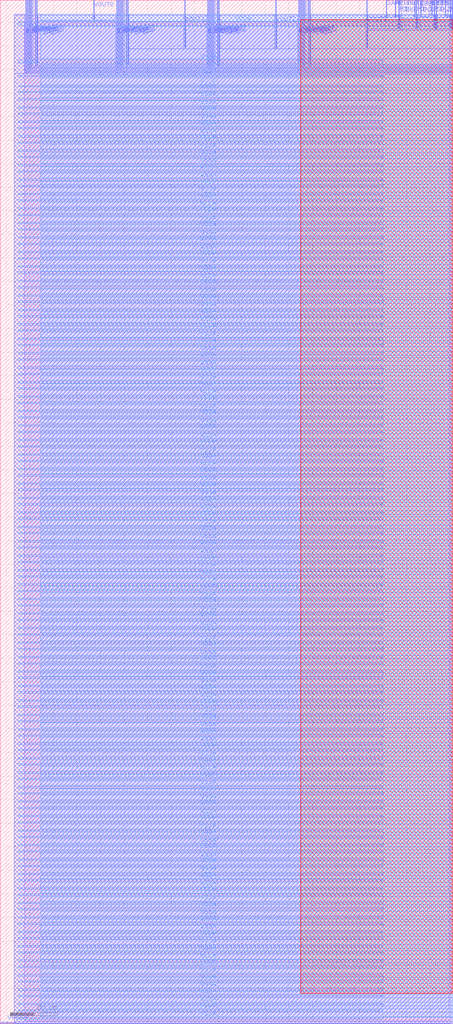
<source format=lef>
VERSION 5.7 ;
  NOWIREEXTENSIONATPIN ON ;
  DIVIDERCHAR "/" ;
  BUSBITCHARS "[]" ;
MACRO top
  CLASS BLOCK ;
  FOREIGN top ;
  ORIGIN 2.600 -4.970 ;
  SIZE 192.290 BY 434.330 ;
  PIN VDDA
    DIRECTION INOUT ;
    USE POWER ;
    PORT
      LAYER met3 ;
        RECT 5.000 10.155 159.520 10.855 ;
    END
    PORT
      LAYER met3 ;
        RECT 5.000 16.295 159.520 16.995 ;
    END
    PORT
      LAYER met3 ;
        RECT 5.000 22.435 159.520 23.135 ;
    END
    PORT
      LAYER met3 ;
        RECT 5.000 28.575 159.520 29.275 ;
    END
    PORT
      LAYER met3 ;
        RECT 5.000 34.715 159.520 35.415 ;
    END
    PORT
      LAYER met3 ;
        RECT 5.000 40.855 159.520 41.555 ;
    END
    PORT
      LAYER met3 ;
        RECT 5.000 46.995 159.520 47.695 ;
    END
    PORT
      LAYER met3 ;
        RECT 5.000 53.135 159.520 53.835 ;
    END
    PORT
      LAYER met3 ;
        RECT 5.000 59.275 159.520 59.975 ;
    END
    PORT
      LAYER met3 ;
        RECT 5.000 65.415 159.520 66.115 ;
    END
    PORT
      LAYER met3 ;
        RECT 5.000 71.555 159.520 72.255 ;
    END
    PORT
      LAYER met3 ;
        RECT 5.000 77.695 159.520 78.395 ;
    END
    PORT
      LAYER met3 ;
        RECT 5.000 83.835 159.520 84.535 ;
    END
    PORT
      LAYER met3 ;
        RECT 5.000 89.975 159.520 90.675 ;
    END
    PORT
      LAYER met3 ;
        RECT 5.000 96.115 159.520 96.815 ;
    END
    PORT
      LAYER met3 ;
        RECT 5.000 102.255 159.520 102.955 ;
    END
    PORT
      LAYER met3 ;
        RECT 5.000 108.395 159.520 109.095 ;
    END
    PORT
      LAYER met3 ;
        RECT 5.000 114.535 159.520 115.235 ;
    END
    PORT
      LAYER met3 ;
        RECT 5.000 120.675 159.520 121.375 ;
    END
    PORT
      LAYER met3 ;
        RECT 5.000 126.815 159.520 127.515 ;
    END
    PORT
      LAYER met3 ;
        RECT 5.000 132.955 159.520 133.655 ;
    END
    PORT
      LAYER met3 ;
        RECT 5.000 139.095 159.520 139.795 ;
    END
    PORT
      LAYER met3 ;
        RECT 5.000 145.235 159.520 145.935 ;
    END
    PORT
      LAYER met3 ;
        RECT 5.000 151.375 159.520 152.075 ;
    END
    PORT
      LAYER met3 ;
        RECT 5.000 157.515 159.520 158.215 ;
    END
    PORT
      LAYER met3 ;
        RECT 5.000 163.655 159.520 164.355 ;
    END
    PORT
      LAYER met3 ;
        RECT 5.000 169.795 159.520 170.495 ;
    END
    PORT
      LAYER met3 ;
        RECT 5.000 175.935 159.520 176.635 ;
    END
    PORT
      LAYER met3 ;
        RECT 5.000 182.075 159.520 182.775 ;
    END
    PORT
      LAYER met3 ;
        RECT 5.000 188.215 159.520 188.915 ;
    END
    PORT
      LAYER met3 ;
        RECT 5.000 194.355 159.520 195.055 ;
    END
    PORT
      LAYER met3 ;
        RECT 5.000 200.495 159.520 201.195 ;
    END
    PORT
      LAYER met3 ;
        RECT 5.000 206.635 159.520 207.335 ;
    END
    PORT
      LAYER met3 ;
        RECT 5.000 212.775 159.520 213.475 ;
    END
    PORT
      LAYER met3 ;
        RECT 5.000 218.915 159.520 219.615 ;
    END
    PORT
      LAYER met3 ;
        RECT 5.000 225.055 159.520 225.755 ;
    END
    PORT
      LAYER met3 ;
        RECT 5.000 231.195 159.520 231.895 ;
    END
    PORT
      LAYER met3 ;
        RECT 5.000 237.335 159.520 238.035 ;
    END
    PORT
      LAYER met3 ;
        RECT 5.000 243.475 159.520 244.175 ;
    END
    PORT
      LAYER met3 ;
        RECT 5.000 249.615 159.520 250.315 ;
    END
    PORT
      LAYER met3 ;
        RECT 5.000 255.755 159.520 256.455 ;
    END
    PORT
      LAYER met3 ;
        RECT 5.000 261.895 159.520 262.595 ;
    END
    PORT
      LAYER met3 ;
        RECT 5.000 268.035 159.520 268.735 ;
    END
    PORT
      LAYER met3 ;
        RECT 5.000 274.175 159.520 274.875 ;
    END
    PORT
      LAYER met3 ;
        RECT 5.000 280.315 159.520 281.015 ;
    END
    PORT
      LAYER met3 ;
        RECT 5.000 286.455 159.520 287.155 ;
    END
    PORT
      LAYER met3 ;
        RECT 5.000 292.595 159.520 293.295 ;
    END
    PORT
      LAYER met3 ;
        RECT 5.000 298.735 159.520 299.435 ;
    END
    PORT
      LAYER met3 ;
        RECT 5.000 304.875 159.520 305.575 ;
    END
    PORT
      LAYER met3 ;
        RECT 5.000 311.015 159.520 311.715 ;
    END
    PORT
      LAYER met3 ;
        RECT 5.000 317.155 159.520 317.855 ;
    END
    PORT
      LAYER met3 ;
        RECT 5.000 323.295 159.520 323.995 ;
    END
    PORT
      LAYER met3 ;
        RECT 5.000 329.435 159.520 330.135 ;
    END
    PORT
      LAYER met3 ;
        RECT 5.000 335.575 159.520 336.275 ;
    END
    PORT
      LAYER met3 ;
        RECT 5.000 341.715 159.520 342.415 ;
    END
    PORT
      LAYER met3 ;
        RECT 5.000 347.855 159.520 348.555 ;
    END
    PORT
      LAYER met3 ;
        RECT 5.000 353.995 159.520 354.695 ;
    END
    PORT
      LAYER met3 ;
        RECT 5.000 360.135 159.520 360.835 ;
    END
    PORT
      LAYER met3 ;
        RECT 5.000 366.275 159.520 366.975 ;
    END
    PORT
      LAYER met3 ;
        RECT 5.000 372.415 159.520 373.115 ;
    END
    PORT
      LAYER met3 ;
        RECT 5.000 378.555 159.520 379.255 ;
    END
    PORT
      LAYER met3 ;
        RECT 5.000 384.695 159.520 385.395 ;
    END
    PORT
      LAYER met3 ;
        RECT 5.000 390.835 159.520 391.535 ;
    END
    PORT
      LAYER met3 ;
        RECT 5.000 396.975 159.520 397.675 ;
    END
    PORT
      LAYER met3 ;
        RECT 5.000 406.915 159.520 407.415 ;
    END
    PORT
      LAYER met3 ;
        RECT 5.000 428.615 188.875 430.115 ;
    END
  END VDDA
  PIN VSSA
    DIRECTION INOUT ;
    USE POWER ;
    PORT
      LAYER met3 ;
        RECT 5.000 6.705 159.520 7.405 ;
    END
    PORT
      LAYER met3 ;
        RECT 5.000 12.845 159.520 13.545 ;
    END
    PORT
      LAYER met3 ;
        RECT 5.000 18.985 159.520 19.685 ;
    END
    PORT
      LAYER met3 ;
        RECT 5.000 25.125 159.520 25.825 ;
    END
    PORT
      LAYER met3 ;
        RECT 5.000 31.265 159.520 31.965 ;
    END
    PORT
      LAYER met3 ;
        RECT 5.000 37.405 159.520 38.105 ;
    END
    PORT
      LAYER met3 ;
        RECT 5.000 43.545 159.520 44.245 ;
    END
    PORT
      LAYER met3 ;
        RECT 5.000 49.685 159.520 50.385 ;
    END
    PORT
      LAYER met3 ;
        RECT 5.000 55.825 159.520 56.525 ;
    END
    PORT
      LAYER met3 ;
        RECT 5.000 61.965 159.520 62.665 ;
    END
    PORT
      LAYER met3 ;
        RECT 5.000 68.105 159.520 68.805 ;
    END
    PORT
      LAYER met3 ;
        RECT 5.000 74.245 159.520 74.945 ;
    END
    PORT
      LAYER met3 ;
        RECT 5.000 80.385 159.520 81.085 ;
    END
    PORT
      LAYER met3 ;
        RECT 5.000 86.525 159.520 87.225 ;
    END
    PORT
      LAYER met3 ;
        RECT 5.000 92.665 159.520 93.365 ;
    END
    PORT
      LAYER met3 ;
        RECT 5.000 98.805 159.520 99.505 ;
    END
    PORT
      LAYER met3 ;
        RECT 5.000 104.945 159.520 105.645 ;
    END
    PORT
      LAYER met3 ;
        RECT 5.000 111.085 159.520 111.785 ;
    END
    PORT
      LAYER met3 ;
        RECT 5.000 117.225 159.520 117.925 ;
    END
    PORT
      LAYER met3 ;
        RECT 5.000 123.365 159.520 124.065 ;
    END
    PORT
      LAYER met3 ;
        RECT 5.000 129.505 159.520 130.205 ;
    END
    PORT
      LAYER met3 ;
        RECT 5.000 135.645 159.520 136.345 ;
    END
    PORT
      LAYER met3 ;
        RECT 5.000 141.785 159.520 142.485 ;
    END
    PORT
      LAYER met3 ;
        RECT 5.000 147.925 159.520 148.625 ;
    END
    PORT
      LAYER met3 ;
        RECT 5.000 154.065 159.520 154.765 ;
    END
    PORT
      LAYER met3 ;
        RECT 5.000 160.205 159.520 160.905 ;
    END
    PORT
      LAYER met3 ;
        RECT 5.000 166.345 159.520 167.045 ;
    END
    PORT
      LAYER met3 ;
        RECT 5.000 172.485 159.520 173.185 ;
    END
    PORT
      LAYER met3 ;
        RECT 5.000 178.625 159.520 179.325 ;
    END
    PORT
      LAYER met3 ;
        RECT 5.000 184.765 159.520 185.465 ;
    END
    PORT
      LAYER met3 ;
        RECT 5.000 190.905 159.520 191.605 ;
    END
    PORT
      LAYER met3 ;
        RECT 5.000 197.045 159.520 197.745 ;
    END
    PORT
      LAYER met3 ;
        RECT 5.000 203.185 159.520 203.885 ;
    END
    PORT
      LAYER met3 ;
        RECT 5.000 209.325 159.520 210.025 ;
    END
    PORT
      LAYER met3 ;
        RECT 5.000 215.465 159.520 216.165 ;
    END
    PORT
      LAYER met3 ;
        RECT 5.000 221.605 159.520 222.305 ;
    END
    PORT
      LAYER met3 ;
        RECT 5.000 227.745 159.520 228.445 ;
    END
    PORT
      LAYER met3 ;
        RECT 5.000 233.885 159.520 234.585 ;
    END
    PORT
      LAYER met3 ;
        RECT 5.000 240.025 159.520 240.725 ;
    END
    PORT
      LAYER met3 ;
        RECT 5.000 246.165 159.520 246.865 ;
    END
    PORT
      LAYER met3 ;
        RECT 5.000 252.305 159.520 253.005 ;
    END
    PORT
      LAYER met3 ;
        RECT 5.000 258.445 159.520 259.145 ;
    END
    PORT
      LAYER met3 ;
        RECT 5.000 264.585 159.520 265.285 ;
    END
    PORT
      LAYER met3 ;
        RECT 5.000 270.725 159.520 271.425 ;
    END
    PORT
      LAYER met3 ;
        RECT 5.000 276.865 159.520 277.565 ;
    END
    PORT
      LAYER met3 ;
        RECT 5.000 283.005 159.520 283.705 ;
    END
    PORT
      LAYER met3 ;
        RECT 5.000 289.145 159.520 289.845 ;
    END
    PORT
      LAYER met3 ;
        RECT 5.000 295.285 159.520 295.985 ;
    END
    PORT
      LAYER met3 ;
        RECT 5.000 301.425 159.520 302.125 ;
    END
    PORT
      LAYER met3 ;
        RECT 5.000 307.565 159.520 308.265 ;
    END
    PORT
      LAYER met3 ;
        RECT 5.000 313.705 159.520 314.405 ;
    END
    PORT
      LAYER met3 ;
        RECT 5.000 319.845 159.520 320.545 ;
    END
    PORT
      LAYER met3 ;
        RECT 5.000 325.985 159.520 326.685 ;
    END
    PORT
      LAYER met3 ;
        RECT 5.000 332.125 159.520 332.825 ;
    END
    PORT
      LAYER met3 ;
        RECT 5.000 338.265 159.520 338.965 ;
    END
    PORT
      LAYER met3 ;
        RECT 5.000 344.405 159.520 345.105 ;
    END
    PORT
      LAYER met3 ;
        RECT 5.000 350.545 159.520 351.245 ;
    END
    PORT
      LAYER met3 ;
        RECT 5.000 356.685 159.520 357.385 ;
    END
    PORT
      LAYER met3 ;
        RECT 5.000 362.825 159.520 363.525 ;
    END
    PORT
      LAYER met3 ;
        RECT 5.000 368.965 159.520 369.665 ;
    END
    PORT
      LAYER met3 ;
        RECT 5.000 375.105 159.520 375.805 ;
    END
    PORT
      LAYER met3 ;
        RECT 5.000 381.245 159.520 381.945 ;
    END
    PORT
      LAYER met3 ;
        RECT 5.000 387.385 159.520 388.085 ;
    END
    PORT
      LAYER met3 ;
        RECT 5.000 393.525 159.520 394.225 ;
    END
    PORT
      LAYER met3 ;
        RECT 5.000 412.565 159.520 414.065 ;
    END
  END VSSA
  PIN VCCD
    DIRECTION INOUT ;
    USE POWER ;
    PORT
      LAYER met3 ;
        RECT 5.000 400.265 159.520 400.765 ;
    END
  END VCCD
  PIN VSSD
    DIRECTION INOUT ;
    USE POWER ;
    PORT
      LAYER met3 ;
        RECT 5.000 402.565 159.520 403.065 ;
    END
  END VSSD
  PIN VREFH
    DIRECTION INPUT ;
    USE SIGNAL ;
    PORT
      LAYER met2 ;
        RECT -2.600 5.000 3.500 5.500 ;
    END
  END VREFH
  PIN Din0[0]
    DIRECTION INPUT ;
    USE SIGNAL ;
    PORT
      LAYER met2 ;
        RECT 8.210 408.645 8.410 439.300 ;
    END
  END Din0[0]
  PIN Din0[1]
    DIRECTION INPUT ;
    USE SIGNAL ;
    PORT
      LAYER met2 ;
        RECT 8.900 409.095 9.100 439.300 ;
    END
  END Din0[1]
  PIN Din0[2]
    DIRECTION INPUT ;
    USE SIGNAL ;
    PORT
      LAYER met2 ;
        RECT 9.580 409.545 9.780 439.300 ;
    END
  END Din0[2]
  PIN Din0[3]
    DIRECTION INPUT ;
    USE SIGNAL ;
    PORT
      LAYER met2 ;
        RECT 10.250 409.995 10.450 439.300 ;
    END
  END Din0[3]
  PIN Din0[4]
    DIRECTION INPUT ;
    USE SIGNAL ;
    PORT
      LAYER met2 ;
        RECT 10.910 410.455 11.110 439.300 ;
    END
  END Din0[4]
  PIN Din0[5]
    DIRECTION INPUT ;
    USE SIGNAL ;
    PORT
      LAYER met2 ;
        RECT 11.570 410.955 11.770 439.300 ;
    END
  END Din0[5]
  PIN Din0[6]
    DIRECTION INPUT ;
    USE SIGNAL ;
    PORT
      LAYER met2 ;
        RECT 12.230 411.445 12.430 439.300 ;
    END
  END Din0[6]
  PIN Din0[7]
    DIRECTION INPUT ;
    USE SIGNAL ;
    PORT
      LAYER met2 ;
        RECT 12.900 411.985 13.100 439.300 ;
    END
  END Din0[7]
  PIN VOUT0
    DIRECTION OUTPUT ;
    USE SIGNAL ;
    PORT
      LAYER met2 ;
        RECT 37.040 431.140 37.280 439.300 ;
    END
  END VOUT0
  PIN Din1[0]
    DIRECTION INPUT ;
    USE SIGNAL ;
    PORT
      LAYER met2 ;
        RECT 46.840 408.645 47.040 439.300 ;
    END
  END Din1[0]
  PIN Din1[1]
    DIRECTION INPUT ;
    USE SIGNAL ;
    PORT
      LAYER met2 ;
        RECT 47.530 409.095 47.730 439.300 ;
    END
  END Din1[1]
  PIN Din1[2]
    DIRECTION INPUT ;
    USE SIGNAL ;
    PORT
      LAYER met2 ;
        RECT 48.210 409.545 48.410 439.300 ;
    END
  END Din1[2]
  PIN Din1[3]
    DIRECTION INPUT ;
    USE SIGNAL ;
    PORT
      LAYER met2 ;
        RECT 48.880 409.995 49.080 439.300 ;
    END
  END Din1[3]
  PIN Din1[4]
    DIRECTION INPUT ;
    USE SIGNAL ;
    PORT
      LAYER met2 ;
        RECT 49.540 410.455 49.740 439.300 ;
    END
  END Din1[4]
  PIN Din1[5]
    DIRECTION INPUT ;
    USE SIGNAL ;
    PORT
      LAYER met2 ;
        RECT 50.200 410.955 50.400 439.300 ;
    END
  END Din1[5]
  PIN Din1[6]
    DIRECTION INPUT ;
    USE SIGNAL ;
    PORT
      LAYER met2 ;
        RECT 50.860 411.445 51.060 439.300 ;
    END
  END Din1[6]
  PIN Din1[7]
    DIRECTION INPUT ;
    USE SIGNAL ;
    PORT
      LAYER met2 ;
        RECT 51.530 411.985 51.730 439.300 ;
    END
  END Din1[7]
  PIN VOUT1
    DIRECTION OUTPUT ;
    USE SIGNAL ;
    PORT
      LAYER met2 ;
        RECT 75.670 419.115 75.910 439.300 ;
    END
  END VOUT1
  PIN Din2[0]
    DIRECTION INPUT ;
    USE SIGNAL ;
    PORT
      LAYER met2 ;
        RECT 85.470 408.645 85.670 439.300 ;
    END
  END Din2[0]
  PIN Din2[1]
    DIRECTION INPUT ;
    USE SIGNAL ;
    PORT
      LAYER met2 ;
        RECT 86.160 409.095 86.360 439.300 ;
    END
  END Din2[1]
  PIN Din2[2]
    DIRECTION INPUT ;
    USE SIGNAL ;
    PORT
      LAYER met2 ;
        RECT 86.840 409.545 87.040 439.300 ;
    END
  END Din2[2]
  PIN Din2[3]
    DIRECTION INPUT ;
    USE SIGNAL ;
    PORT
      LAYER met2 ;
        RECT 87.510 409.995 87.710 439.300 ;
    END
  END Din2[3]
  PIN Din2[4]
    DIRECTION INPUT ;
    USE SIGNAL ;
    PORT
      LAYER met2 ;
        RECT 88.170 410.455 88.370 439.300 ;
    END
  END Din2[4]
  PIN Din2[5]
    DIRECTION INPUT ;
    USE SIGNAL ;
    PORT
      LAYER met2 ;
        RECT 88.830 410.955 89.030 439.300 ;
    END
  END Din2[5]
  PIN Din2[6]
    DIRECTION INPUT ;
    USE SIGNAL ;
    PORT
      LAYER met2 ;
        RECT 89.490 411.445 89.690 439.300 ;
    END
  END Din2[6]
  PIN Din2[7]
    DIRECTION INPUT ;
    USE SIGNAL ;
    PORT
      LAYER met2 ;
        RECT 90.160 411.985 90.360 439.300 ;
    END
  END Din2[7]
  PIN VOUT2
    DIRECTION OUTPUT ;
    USE SIGNAL ;
    PORT
      LAYER met2 ;
        RECT 114.300 419.115 114.540 439.300 ;
    END
  END VOUT2
  PIN Din3[0]
    DIRECTION INPUT ;
    USE SIGNAL ;
    PORT
      LAYER met2 ;
        RECT 124.100 408.645 124.300 439.300 ;
    END
  END Din3[0]
  PIN Din3[1]
    DIRECTION INPUT ;
    USE SIGNAL ;
    PORT
      LAYER met2 ;
        RECT 124.790 409.095 124.990 439.300 ;
    END
  END Din3[1]
  PIN Din3[2]
    DIRECTION INPUT ;
    USE SIGNAL ;
    PORT
      LAYER met2 ;
        RECT 125.470 409.545 125.670 439.300 ;
    END
  END Din3[2]
  PIN Din3[3]
    DIRECTION INPUT ;
    USE SIGNAL ;
    PORT
      LAYER met2 ;
        RECT 126.140 409.995 126.340 439.300 ;
    END
  END Din3[3]
  PIN Din3[4]
    DIRECTION INPUT ;
    USE SIGNAL ;
    PORT
      LAYER met2 ;
        RECT 126.800 410.455 127.000 439.300 ;
    END
  END Din3[4]
  PIN Din3[5]
    DIRECTION INPUT ;
    USE SIGNAL ;
    PORT
      LAYER met2 ;
        RECT 127.460 410.955 127.660 439.300 ;
    END
  END Din3[5]
  PIN Din3[6]
    DIRECTION INPUT ;
    USE SIGNAL ;
    PORT
      LAYER met2 ;
        RECT 128.120 411.445 128.320 439.300 ;
    END
  END Din3[6]
  PIN Din3[7]
    DIRECTION INPUT ;
    USE SIGNAL ;
    PORT
      LAYER met2 ;
        RECT 128.790 411.985 128.990 439.300 ;
    END
  END Din3[7]
  PIN VOUT3
    DIRECTION OUTPUT ;
    USE SIGNAL ;
    PORT
      LAYER met2 ;
        RECT 152.930 419.115 153.170 439.300 ;
    END
  END VOUT3
  PIN SAMPLE0
    DIRECTION INPUT ;
    USE SIGNAL ;
    PORT
      LAYER met2 ;
        RECT 161.390 432.435 161.560 439.300 ;
    END
  END SAMPLE0
  PIN RESULT0
    DIRECTION OUTPUT ;
    USE SIGNAL ;
    PORT
      LAYER met2 ;
        RECT 165.140 432.435 165.310 439.300 ;
    END
  END RESULT0
  PIN PIN0
    DIRECTION OUTPUT ;
    USE SIGNAL ;
    PORT
      LAYER met2 ;
        RECT 166.655 427.620 166.825 439.300 ;
    END
  END PIN0
  PIN SEL0
    DIRECTION INPUT ;
    USE SIGNAL ;
    PORT
      LAYER met2 ;
        RECT 167.570 426.945 167.740 439.300 ;
    END
  END SEL0
  PIN RESULT1
    DIRECTION OUTPUT ;
    USE SIGNAL ;
    PORT
      LAYER met2 ;
        RECT 173.450 432.075 173.620 439.300 ;
    END
  END RESULT1
  PIN PIN1
    DIRECTION OUTPUT ;
    USE SIGNAL ;
    PORT
      LAYER met2 ;
        RECT 174.110 427.620 174.280 439.300 ;
    END
  END PIN1
  PIN SEL1
    DIRECTION INPUT ;
    USE SIGNAL ;
    PORT
      LAYER met2 ;
        RECT 175.010 426.945 175.180 439.300 ;
    END
  END SEL1
  PIN SAMPLE1
    DIRECTION INPUT ;
    USE SIGNAL ;
    PORT
      LAYER met2 ;
        RECT 175.890 432.670 176.060 439.300 ;
    END
  END SAMPLE1
  PIN RESULT2
    DIRECTION OUTPUT ;
    USE SIGNAL ;
    PORT
      LAYER met2 ;
        RECT 179.700 432.470 179.870 439.300 ;
    END
  END RESULT2
  PIN SAMPLE2
    DIRECTION INPUT ;
    USE SIGNAL ;
    PORT
      LAYER met2 ;
        RECT 180.590 433.375 180.760 439.300 ;
    END
  END SAMPLE2
  PIN PIN2
    DIRECTION OUTPUT ;
    USE SIGNAL ;
    PORT
      LAYER met2 ;
        RECT 181.645 427.620 181.815 439.300 ;
    END
  END PIN2
  PIN SEL2
    DIRECTION INPUT ;
    USE SIGNAL ;
    PORT
      LAYER met2 ;
        RECT 182.490 426.945 182.660 439.300 ;
    END
  END SEL2
  PIN RESULT3
    DIRECTION OUTPUT ;
    USE SIGNAL ;
    PORT
      LAYER met2 ;
        RECT 186.440 432.485 186.610 439.300 ;
    END
  END RESULT3
  PIN SAMPLE3
    DIRECTION INPUT ;
    USE SIGNAL ;
    PORT
      LAYER met2 ;
        RECT 187.520 432.320 187.690 439.300 ;
    END
  END SAMPLE3
  PIN PIN3
    DIRECTION OUTPUT ;
    USE SIGNAL ;
    PORT
      LAYER met2 ;
        RECT 188.490 427.620 188.660 439.300 ;
    END
  END PIN3
  PIN SEL3
    DIRECTION INPUT ;
    USE SIGNAL ;
    PORT
      LAYER met2 ;
        RECT 189.415 426.945 189.585 439.300 ;
    END
  END SEL3
  OBS
      LAYER li1 ;
        RECT 7.710 6.210 188.065 430.115 ;
      LAYER met1 ;
        RECT 3.470 5.000 188.735 432.940 ;
      LAYER met2 ;
        RECT 3.500 408.365 7.930 433.420 ;
        RECT 13.380 430.860 36.760 433.420 ;
        RECT 37.560 430.860 46.560 433.420 ;
        RECT 13.380 411.705 46.560 430.860 ;
        RECT 52.010 418.835 75.390 433.420 ;
        RECT 76.190 418.835 85.190 433.420 ;
        RECT 52.010 411.705 85.190 418.835 ;
        RECT 90.640 418.835 114.020 433.420 ;
        RECT 114.820 418.835 123.820 433.420 ;
        RECT 90.640 411.705 123.820 418.835 ;
        RECT 129.270 418.835 152.650 433.420 ;
        RECT 153.450 432.155 161.110 433.420 ;
        RECT 161.840 432.155 164.860 433.420 ;
        RECT 165.590 432.155 166.375 433.420 ;
        RECT 153.450 427.340 166.375 432.155 ;
        RECT 167.105 427.340 167.290 433.420 ;
        RECT 153.450 426.665 167.290 427.340 ;
        RECT 168.020 431.795 173.170 433.420 ;
        RECT 168.020 427.340 173.830 431.795 ;
        RECT 174.560 427.340 174.730 433.420 ;
        RECT 168.020 426.665 174.730 427.340 ;
        RECT 175.460 432.390 175.610 433.420 ;
        RECT 176.340 432.390 179.420 433.420 ;
        RECT 175.460 432.190 179.420 432.390 ;
        RECT 180.150 433.095 180.310 433.420 ;
        RECT 181.040 433.095 181.365 433.420 ;
        RECT 180.150 432.190 181.365 433.095 ;
        RECT 175.460 427.340 181.365 432.190 ;
        RECT 182.095 427.340 182.210 433.420 ;
        RECT 175.460 426.665 182.210 427.340 ;
        RECT 182.940 432.205 186.160 433.420 ;
        RECT 186.890 432.205 187.240 433.420 ;
        RECT 182.940 432.040 187.240 432.205 ;
        RECT 187.970 432.040 188.210 433.420 ;
        RECT 182.940 427.340 188.210 432.040 ;
        RECT 188.940 427.340 189.135 433.420 ;
        RECT 182.940 426.665 189.135 427.340 ;
        RECT 153.450 418.835 189.415 426.665 ;
        RECT 129.270 411.705 189.415 418.835 ;
        RECT 12.710 411.165 46.560 411.705 ;
        RECT 51.340 411.165 85.190 411.705 ;
        RECT 89.970 411.165 123.820 411.705 ;
        RECT 128.600 411.165 189.415 411.705 ;
        RECT 12.050 410.675 46.560 411.165 ;
        RECT 50.680 410.675 85.190 411.165 ;
        RECT 89.310 410.675 123.820 411.165 ;
        RECT 127.940 410.675 189.415 411.165 ;
        RECT 11.390 410.175 46.560 410.675 ;
        RECT 50.020 410.175 85.190 410.675 ;
        RECT 88.650 410.175 123.820 410.675 ;
        RECT 127.280 410.175 189.415 410.675 ;
        RECT 10.730 409.715 46.560 410.175 ;
        RECT 49.360 409.715 85.190 410.175 ;
        RECT 87.990 409.715 123.820 410.175 ;
        RECT 126.620 409.715 189.415 410.175 ;
        RECT 10.060 409.265 46.560 409.715 ;
        RECT 48.690 409.265 85.190 409.715 ;
        RECT 87.320 409.265 123.820 409.715 ;
        RECT 125.950 409.265 189.415 409.715 ;
        RECT 9.380 408.815 46.560 409.265 ;
        RECT 48.010 408.815 85.190 409.265 ;
        RECT 86.640 408.815 123.820 409.265 ;
        RECT 125.270 408.815 189.415 409.265 ;
        RECT 8.690 408.365 46.560 408.815 ;
        RECT 47.320 408.365 85.190 408.815 ;
        RECT 85.950 408.365 123.820 408.815 ;
        RECT 124.580 408.365 189.415 408.815 ;
        RECT 3.500 5.780 189.415 408.365 ;
        RECT 3.780 4.970 189.415 5.780 ;
      LAYER met3 ;
        RECT 14.635 430.515 189.690 433.400 ;
        RECT 189.275 428.215 189.690 430.515 ;
        RECT 14.635 414.465 189.690 428.215 ;
        RECT 159.920 412.165 189.690 414.465 ;
        RECT 14.635 407.815 189.690 412.165 ;
        RECT 159.920 406.515 189.690 407.815 ;
        RECT 14.635 403.465 189.690 406.515 ;
        RECT 159.920 402.165 189.690 403.465 ;
        RECT 14.635 401.165 189.690 402.165 ;
        RECT 159.920 399.865 189.690 401.165 ;
        RECT 14.635 398.075 189.690 399.865 ;
        RECT 159.920 396.575 189.690 398.075 ;
        RECT 14.635 394.625 189.690 396.575 ;
        RECT 159.920 393.125 189.690 394.625 ;
        RECT 14.635 391.935 189.690 393.125 ;
        RECT 159.920 390.435 189.690 391.935 ;
        RECT 14.635 388.485 189.690 390.435 ;
        RECT 159.920 386.985 189.690 388.485 ;
        RECT 14.635 385.795 189.690 386.985 ;
        RECT 159.920 384.295 189.690 385.795 ;
        RECT 14.635 382.345 189.690 384.295 ;
        RECT 159.920 380.845 189.690 382.345 ;
        RECT 14.635 379.655 189.690 380.845 ;
        RECT 159.920 378.155 189.690 379.655 ;
        RECT 14.635 376.205 189.690 378.155 ;
        RECT 159.920 374.705 189.690 376.205 ;
        RECT 14.635 373.515 189.690 374.705 ;
        RECT 159.920 372.015 189.690 373.515 ;
        RECT 14.635 370.065 189.690 372.015 ;
        RECT 159.920 368.565 189.690 370.065 ;
        RECT 14.635 367.375 189.690 368.565 ;
        RECT 159.920 365.875 189.690 367.375 ;
        RECT 14.635 363.925 189.690 365.875 ;
        RECT 159.920 362.425 189.690 363.925 ;
        RECT 14.635 361.235 189.690 362.425 ;
        RECT 159.920 359.735 189.690 361.235 ;
        RECT 14.635 357.785 189.690 359.735 ;
        RECT 159.920 356.285 189.690 357.785 ;
        RECT 14.635 355.095 189.690 356.285 ;
        RECT 159.920 353.595 189.690 355.095 ;
        RECT 14.635 351.645 189.690 353.595 ;
        RECT 159.920 350.145 189.690 351.645 ;
        RECT 14.635 348.955 189.690 350.145 ;
        RECT 159.920 347.455 189.690 348.955 ;
        RECT 14.635 345.505 189.690 347.455 ;
        RECT 159.920 344.005 189.690 345.505 ;
        RECT 14.635 342.815 189.690 344.005 ;
        RECT 159.920 341.315 189.690 342.815 ;
        RECT 14.635 339.365 189.690 341.315 ;
        RECT 159.920 337.865 189.690 339.365 ;
        RECT 14.635 336.675 189.690 337.865 ;
        RECT 159.920 335.175 189.690 336.675 ;
        RECT 14.635 333.225 189.690 335.175 ;
        RECT 159.920 331.725 189.690 333.225 ;
        RECT 14.635 330.535 189.690 331.725 ;
        RECT 159.920 329.035 189.690 330.535 ;
        RECT 14.635 327.085 189.690 329.035 ;
        RECT 159.920 325.585 189.690 327.085 ;
        RECT 14.635 324.395 189.690 325.585 ;
        RECT 159.920 322.895 189.690 324.395 ;
        RECT 14.635 320.945 189.690 322.895 ;
        RECT 159.920 319.445 189.690 320.945 ;
        RECT 14.635 318.255 189.690 319.445 ;
        RECT 159.920 316.755 189.690 318.255 ;
        RECT 14.635 314.805 189.690 316.755 ;
        RECT 159.920 313.305 189.690 314.805 ;
        RECT 14.635 312.115 189.690 313.305 ;
        RECT 159.920 310.615 189.690 312.115 ;
        RECT 14.635 308.665 189.690 310.615 ;
        RECT 159.920 307.165 189.690 308.665 ;
        RECT 14.635 305.975 189.690 307.165 ;
        RECT 159.920 304.475 189.690 305.975 ;
        RECT 14.635 302.525 189.690 304.475 ;
        RECT 159.920 301.025 189.690 302.525 ;
        RECT 14.635 299.835 189.690 301.025 ;
        RECT 159.920 298.335 189.690 299.835 ;
        RECT 14.635 296.385 189.690 298.335 ;
        RECT 159.920 294.885 189.690 296.385 ;
        RECT 14.635 293.695 189.690 294.885 ;
        RECT 159.920 292.195 189.690 293.695 ;
        RECT 14.635 290.245 189.690 292.195 ;
        RECT 159.920 288.745 189.690 290.245 ;
        RECT 14.635 287.555 189.690 288.745 ;
        RECT 159.920 286.055 189.690 287.555 ;
        RECT 14.635 284.105 189.690 286.055 ;
        RECT 159.920 282.605 189.690 284.105 ;
        RECT 14.635 281.415 189.690 282.605 ;
        RECT 159.920 279.915 189.690 281.415 ;
        RECT 14.635 277.965 189.690 279.915 ;
        RECT 159.920 276.465 189.690 277.965 ;
        RECT 14.635 275.275 189.690 276.465 ;
        RECT 159.920 273.775 189.690 275.275 ;
        RECT 14.635 271.825 189.690 273.775 ;
        RECT 159.920 270.325 189.690 271.825 ;
        RECT 14.635 269.135 189.690 270.325 ;
        RECT 159.920 267.635 189.690 269.135 ;
        RECT 14.635 265.685 189.690 267.635 ;
        RECT 159.920 264.185 189.690 265.685 ;
        RECT 14.635 262.995 189.690 264.185 ;
        RECT 159.920 261.495 189.690 262.995 ;
        RECT 14.635 259.545 189.690 261.495 ;
        RECT 159.920 258.045 189.690 259.545 ;
        RECT 14.635 256.855 189.690 258.045 ;
        RECT 159.920 255.355 189.690 256.855 ;
        RECT 14.635 253.405 189.690 255.355 ;
        RECT 159.920 251.905 189.690 253.405 ;
        RECT 14.635 250.715 189.690 251.905 ;
        RECT 159.920 249.215 189.690 250.715 ;
        RECT 14.635 247.265 189.690 249.215 ;
        RECT 159.920 245.765 189.690 247.265 ;
        RECT 14.635 244.575 189.690 245.765 ;
        RECT 159.920 243.075 189.690 244.575 ;
        RECT 14.635 241.125 189.690 243.075 ;
        RECT 159.920 239.625 189.690 241.125 ;
        RECT 14.635 238.435 189.690 239.625 ;
        RECT 159.920 236.935 189.690 238.435 ;
        RECT 14.635 234.985 189.690 236.935 ;
        RECT 159.920 233.485 189.690 234.985 ;
        RECT 14.635 232.295 189.690 233.485 ;
        RECT 159.920 230.795 189.690 232.295 ;
        RECT 14.635 228.845 189.690 230.795 ;
        RECT 159.920 227.345 189.690 228.845 ;
        RECT 14.635 226.155 189.690 227.345 ;
        RECT 159.920 224.655 189.690 226.155 ;
        RECT 14.635 222.705 189.690 224.655 ;
        RECT 159.920 221.205 189.690 222.705 ;
        RECT 14.635 220.015 189.690 221.205 ;
        RECT 159.920 218.515 189.690 220.015 ;
        RECT 14.635 216.565 189.690 218.515 ;
        RECT 159.920 215.065 189.690 216.565 ;
        RECT 14.635 213.875 189.690 215.065 ;
        RECT 159.920 212.375 189.690 213.875 ;
        RECT 14.635 210.425 189.690 212.375 ;
        RECT 159.920 208.925 189.690 210.425 ;
        RECT 14.635 207.735 189.690 208.925 ;
        RECT 159.920 206.235 189.690 207.735 ;
        RECT 14.635 204.285 189.690 206.235 ;
        RECT 159.920 202.785 189.690 204.285 ;
        RECT 14.635 201.595 189.690 202.785 ;
        RECT 159.920 200.095 189.690 201.595 ;
        RECT 14.635 198.145 189.690 200.095 ;
        RECT 159.920 196.645 189.690 198.145 ;
        RECT 14.635 195.455 189.690 196.645 ;
        RECT 159.920 193.955 189.690 195.455 ;
        RECT 14.635 192.005 189.690 193.955 ;
        RECT 159.920 190.505 189.690 192.005 ;
        RECT 14.635 189.315 189.690 190.505 ;
        RECT 159.920 187.815 189.690 189.315 ;
        RECT 14.635 185.865 189.690 187.815 ;
        RECT 159.920 184.365 189.690 185.865 ;
        RECT 14.635 183.175 189.690 184.365 ;
        RECT 159.920 181.675 189.690 183.175 ;
        RECT 14.635 179.725 189.690 181.675 ;
        RECT 159.920 178.225 189.690 179.725 ;
        RECT 14.635 177.035 189.690 178.225 ;
        RECT 159.920 175.535 189.690 177.035 ;
        RECT 14.635 173.585 189.690 175.535 ;
        RECT 159.920 172.085 189.690 173.585 ;
        RECT 14.635 170.895 189.690 172.085 ;
        RECT 159.920 169.395 189.690 170.895 ;
        RECT 14.635 167.445 189.690 169.395 ;
        RECT 159.920 165.945 189.690 167.445 ;
        RECT 14.635 164.755 189.690 165.945 ;
        RECT 159.920 163.255 189.690 164.755 ;
        RECT 14.635 161.305 189.690 163.255 ;
        RECT 159.920 159.805 189.690 161.305 ;
        RECT 14.635 158.615 189.690 159.805 ;
        RECT 159.920 157.115 189.690 158.615 ;
        RECT 14.635 155.165 189.690 157.115 ;
        RECT 159.920 153.665 189.690 155.165 ;
        RECT 14.635 152.475 189.690 153.665 ;
        RECT 159.920 150.975 189.690 152.475 ;
        RECT 14.635 149.025 189.690 150.975 ;
        RECT 159.920 147.525 189.690 149.025 ;
        RECT 14.635 146.335 189.690 147.525 ;
        RECT 159.920 144.835 189.690 146.335 ;
        RECT 14.635 142.885 189.690 144.835 ;
        RECT 159.920 141.385 189.690 142.885 ;
        RECT 14.635 140.195 189.690 141.385 ;
        RECT 159.920 138.695 189.690 140.195 ;
        RECT 14.635 136.745 189.690 138.695 ;
        RECT 159.920 135.245 189.690 136.745 ;
        RECT 14.635 134.055 189.690 135.245 ;
        RECT 159.920 132.555 189.690 134.055 ;
        RECT 14.635 130.605 189.690 132.555 ;
        RECT 159.920 129.105 189.690 130.605 ;
        RECT 14.635 127.915 189.690 129.105 ;
        RECT 159.920 126.415 189.690 127.915 ;
        RECT 14.635 124.465 189.690 126.415 ;
        RECT 159.920 122.965 189.690 124.465 ;
        RECT 14.635 121.775 189.690 122.965 ;
        RECT 159.920 120.275 189.690 121.775 ;
        RECT 14.635 118.325 189.690 120.275 ;
        RECT 159.920 116.825 189.690 118.325 ;
        RECT 14.635 115.635 189.690 116.825 ;
        RECT 159.920 114.135 189.690 115.635 ;
        RECT 14.635 112.185 189.690 114.135 ;
        RECT 159.920 110.685 189.690 112.185 ;
        RECT 14.635 109.495 189.690 110.685 ;
        RECT 159.920 107.995 189.690 109.495 ;
        RECT 14.635 106.045 189.690 107.995 ;
        RECT 159.920 104.545 189.690 106.045 ;
        RECT 14.635 103.355 189.690 104.545 ;
        RECT 159.920 101.855 189.690 103.355 ;
        RECT 14.635 99.905 189.690 101.855 ;
        RECT 159.920 98.405 189.690 99.905 ;
        RECT 14.635 97.215 189.690 98.405 ;
        RECT 159.920 95.715 189.690 97.215 ;
        RECT 14.635 93.765 189.690 95.715 ;
        RECT 159.920 92.265 189.690 93.765 ;
        RECT 14.635 91.075 189.690 92.265 ;
        RECT 159.920 89.575 189.690 91.075 ;
        RECT 14.635 87.625 189.690 89.575 ;
        RECT 159.920 86.125 189.690 87.625 ;
        RECT 14.635 84.935 189.690 86.125 ;
        RECT 159.920 83.435 189.690 84.935 ;
        RECT 14.635 81.485 189.690 83.435 ;
        RECT 159.920 79.985 189.690 81.485 ;
        RECT 14.635 78.795 189.690 79.985 ;
        RECT 159.920 77.295 189.690 78.795 ;
        RECT 14.635 75.345 189.690 77.295 ;
        RECT 159.920 73.845 189.690 75.345 ;
        RECT 14.635 72.655 189.690 73.845 ;
        RECT 159.920 71.155 189.690 72.655 ;
        RECT 14.635 69.205 189.690 71.155 ;
        RECT 159.920 67.705 189.690 69.205 ;
        RECT 14.635 66.515 189.690 67.705 ;
        RECT 159.920 65.015 189.690 66.515 ;
        RECT 14.635 63.065 189.690 65.015 ;
        RECT 159.920 61.565 189.690 63.065 ;
        RECT 14.635 60.375 189.690 61.565 ;
        RECT 159.920 58.875 189.690 60.375 ;
        RECT 14.635 56.925 189.690 58.875 ;
        RECT 159.920 55.425 189.690 56.925 ;
        RECT 14.635 54.235 189.690 55.425 ;
        RECT 159.920 52.735 189.690 54.235 ;
        RECT 14.635 50.785 189.690 52.735 ;
        RECT 159.920 49.285 189.690 50.785 ;
        RECT 14.635 48.095 189.690 49.285 ;
        RECT 159.920 46.595 189.690 48.095 ;
        RECT 14.635 44.645 189.690 46.595 ;
        RECT 159.920 43.145 189.690 44.645 ;
        RECT 14.635 41.955 189.690 43.145 ;
        RECT 159.920 40.455 189.690 41.955 ;
        RECT 14.635 38.505 189.690 40.455 ;
        RECT 159.920 37.005 189.690 38.505 ;
        RECT 14.635 35.815 189.690 37.005 ;
        RECT 159.920 34.315 189.690 35.815 ;
        RECT 14.635 32.365 189.690 34.315 ;
        RECT 159.920 30.865 189.690 32.365 ;
        RECT 14.635 29.675 189.690 30.865 ;
        RECT 159.920 28.175 189.690 29.675 ;
        RECT 14.635 26.225 189.690 28.175 ;
        RECT 159.920 24.725 189.690 26.225 ;
        RECT 14.635 23.535 189.690 24.725 ;
        RECT 159.920 22.035 189.690 23.535 ;
        RECT 14.635 20.085 189.690 22.035 ;
        RECT 159.920 18.585 189.690 20.085 ;
        RECT 14.635 17.395 189.690 18.585 ;
        RECT 159.920 15.895 189.690 17.395 ;
        RECT 14.635 13.945 189.690 15.895 ;
        RECT 159.920 12.445 189.690 13.945 ;
        RECT 14.635 11.255 189.690 12.445 ;
        RECT 159.920 9.755 189.690 11.255 ;
        RECT 14.635 7.805 189.690 9.755 ;
        RECT 159.920 7.740 189.690 7.805 ;
      LAYER met4 ;
        RECT 124.905 17.750 189.220 431.080 ;
  END
END top
END LIBRARY


</source>
